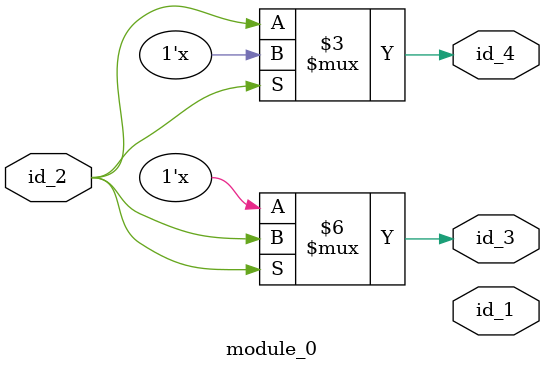
<source format=v>
module module_0 (
    id_1,
    id_2,
    id_3,
    id_4
);
  output id_4;
  output id_3;
  input id_2;
  output id_1;
  always @(*) begin
    if (id_2) id_3 <= id_2;
    else id_4 <= id_2;
  end
endmodule

</source>
